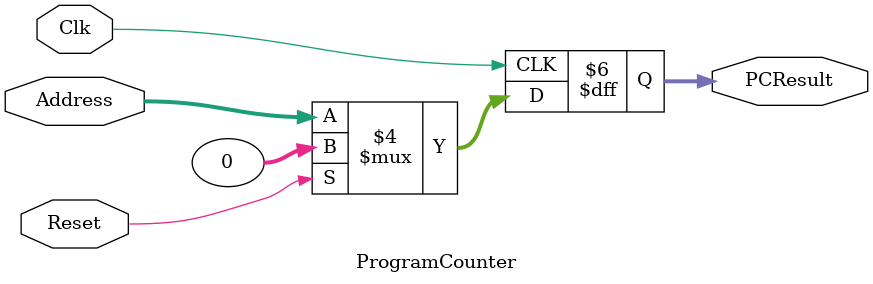
<source format=v>
`timescale 1ns / 1ps


module ProgramCounter(Address, PCResult, Reset, Clk);

	input [31:0] Address; // Current address of the instruction memory
	input Reset, Clk;

	output reg [31:0] PCResult; // Register value

    always @(posedge Clk) begin
        if (Reset == 1) // Synchronous reset sets PCResult to 0
            PCResult <= 32'd0;
        else
            PCResult <= Address;
    end

endmodule


</source>
